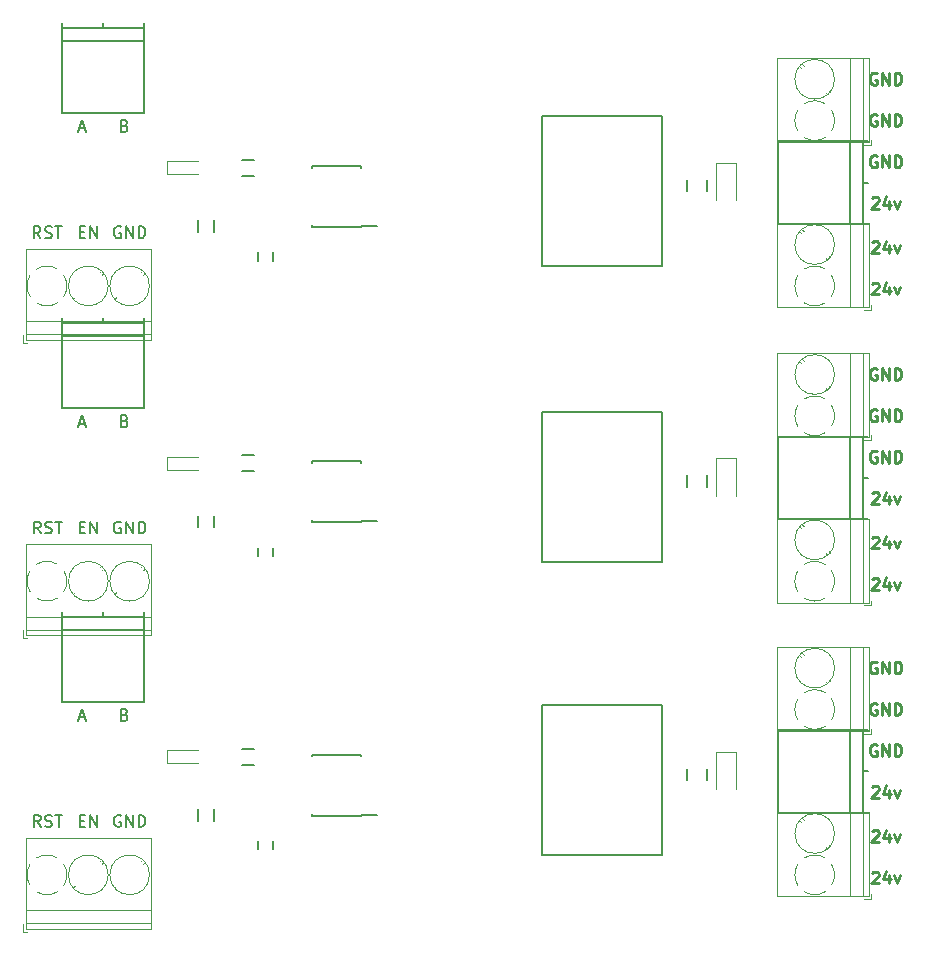
<source format=gto>
%TF.GenerationSoftware,KiCad,Pcbnew,(5.1.6-0-10_14)*%
%TF.CreationDate,2020-08-14T14:07:03-07:00*%
%TF.ProjectId,panel,70616e65-6c2e-46b6-9963-61645f706362,rev?*%
%TF.SameCoordinates,Original*%
%TF.FileFunction,Legend,Top*%
%TF.FilePolarity,Positive*%
%FSLAX46Y46*%
G04 Gerber Fmt 4.6, Leading zero omitted, Abs format (unit mm)*
G04 Created by KiCad (PCBNEW (5.1.6-0-10_14)) date 2020-08-14 14:07:03*
%MOMM*%
%LPD*%
G01*
G04 APERTURE LIST*
%ADD10C,0.150000*%
%ADD11C,0.250000*%
%ADD12C,0.120000*%
G04 APERTURE END LIST*
D10*
X119738095Y-108000000D02*
X119642857Y-107952380D01*
X119500000Y-107952380D01*
X119357142Y-108000000D01*
X119261904Y-108095238D01*
X119214285Y-108190476D01*
X119166666Y-108380952D01*
X119166666Y-108523809D01*
X119214285Y-108714285D01*
X119261904Y-108809523D01*
X119357142Y-108904761D01*
X119500000Y-108952380D01*
X119595238Y-108952380D01*
X119738095Y-108904761D01*
X119785714Y-108857142D01*
X119785714Y-108523809D01*
X119595238Y-108523809D01*
X120214285Y-108952380D02*
X120214285Y-107952380D01*
X120785714Y-108952380D01*
X120785714Y-107952380D01*
X121261904Y-108952380D02*
X121261904Y-107952380D01*
X121500000Y-107952380D01*
X121642857Y-108000000D01*
X121738095Y-108095238D01*
X121785714Y-108190476D01*
X121833333Y-108380952D01*
X121833333Y-108523809D01*
X121785714Y-108714285D01*
X121738095Y-108809523D01*
X121642857Y-108904761D01*
X121500000Y-108952380D01*
X121261904Y-108952380D01*
X116261904Y-108428571D02*
X116595238Y-108428571D01*
X116738095Y-108952380D02*
X116261904Y-108952380D01*
X116261904Y-107952380D01*
X116738095Y-107952380D01*
X117166666Y-108952380D02*
X117166666Y-107952380D01*
X117738095Y-108952380D01*
X117738095Y-107952380D01*
X112952380Y-108952380D02*
X112619047Y-108476190D01*
X112380952Y-108952380D02*
X112380952Y-107952380D01*
X112761904Y-107952380D01*
X112857142Y-108000000D01*
X112904761Y-108047619D01*
X112952380Y-108142857D01*
X112952380Y-108285714D01*
X112904761Y-108380952D01*
X112857142Y-108428571D01*
X112761904Y-108476190D01*
X112380952Y-108476190D01*
X113333333Y-108904761D02*
X113476190Y-108952380D01*
X113714285Y-108952380D01*
X113809523Y-108904761D01*
X113857142Y-108857142D01*
X113904761Y-108761904D01*
X113904761Y-108666666D01*
X113857142Y-108571428D01*
X113809523Y-108523809D01*
X113714285Y-108476190D01*
X113523809Y-108428571D01*
X113428571Y-108380952D01*
X113380952Y-108333333D01*
X113333333Y-108238095D01*
X113333333Y-108142857D01*
X113380952Y-108047619D01*
X113428571Y-108000000D01*
X113523809Y-107952380D01*
X113761904Y-107952380D01*
X113904761Y-108000000D01*
X114190476Y-107952380D02*
X114761904Y-107952380D01*
X114476190Y-108952380D02*
X114476190Y-107952380D01*
X116261904Y-99666666D02*
X116738095Y-99666666D01*
X116166666Y-99952380D02*
X116500000Y-98952380D01*
X116833333Y-99952380D01*
D11*
X183738095Y-95000000D02*
X183642857Y-94952380D01*
X183500000Y-94952380D01*
X183357142Y-95000000D01*
X183261904Y-95095238D01*
X183214285Y-95190476D01*
X183166666Y-95380952D01*
X183166666Y-95523809D01*
X183214285Y-95714285D01*
X183261904Y-95809523D01*
X183357142Y-95904761D01*
X183500000Y-95952380D01*
X183595238Y-95952380D01*
X183738095Y-95904761D01*
X183785714Y-95857142D01*
X183785714Y-95523809D01*
X183595238Y-95523809D01*
X184214285Y-95952380D02*
X184214285Y-94952380D01*
X184785714Y-95952380D01*
X184785714Y-94952380D01*
X185261904Y-95952380D02*
X185261904Y-94952380D01*
X185500000Y-94952380D01*
X185642857Y-95000000D01*
X185738095Y-95095238D01*
X185785714Y-95190476D01*
X185833333Y-95380952D01*
X185833333Y-95523809D01*
X185785714Y-95714285D01*
X185738095Y-95809523D01*
X185642857Y-95904761D01*
X185500000Y-95952380D01*
X185261904Y-95952380D01*
X183738095Y-98500000D02*
X183642857Y-98452380D01*
X183500000Y-98452380D01*
X183357142Y-98500000D01*
X183261904Y-98595238D01*
X183214285Y-98690476D01*
X183166666Y-98880952D01*
X183166666Y-99023809D01*
X183214285Y-99214285D01*
X183261904Y-99309523D01*
X183357142Y-99404761D01*
X183500000Y-99452380D01*
X183595238Y-99452380D01*
X183738095Y-99404761D01*
X183785714Y-99357142D01*
X183785714Y-99023809D01*
X183595238Y-99023809D01*
X184214285Y-99452380D02*
X184214285Y-98452380D01*
X184785714Y-99452380D01*
X184785714Y-98452380D01*
X185261904Y-99452380D02*
X185261904Y-98452380D01*
X185500000Y-98452380D01*
X185642857Y-98500000D01*
X185738095Y-98595238D01*
X185785714Y-98690476D01*
X185833333Y-98880952D01*
X185833333Y-99023809D01*
X185785714Y-99214285D01*
X185738095Y-99309523D01*
X185642857Y-99404761D01*
X185500000Y-99452380D01*
X185261904Y-99452380D01*
X183738095Y-102000000D02*
X183642857Y-101952380D01*
X183500000Y-101952380D01*
X183357142Y-102000000D01*
X183261904Y-102095238D01*
X183214285Y-102190476D01*
X183166666Y-102380952D01*
X183166666Y-102523809D01*
X183214285Y-102714285D01*
X183261904Y-102809523D01*
X183357142Y-102904761D01*
X183500000Y-102952380D01*
X183595238Y-102952380D01*
X183738095Y-102904761D01*
X183785714Y-102857142D01*
X183785714Y-102523809D01*
X183595238Y-102523809D01*
X184214285Y-102952380D02*
X184214285Y-101952380D01*
X184785714Y-102952380D01*
X184785714Y-101952380D01*
X185261904Y-102952380D02*
X185261904Y-101952380D01*
X185500000Y-101952380D01*
X185642857Y-102000000D01*
X185738095Y-102095238D01*
X185785714Y-102190476D01*
X185833333Y-102380952D01*
X185833333Y-102523809D01*
X185785714Y-102714285D01*
X185738095Y-102809523D01*
X185642857Y-102904761D01*
X185500000Y-102952380D01*
X185261904Y-102952380D01*
X183357142Y-105547619D02*
X183404761Y-105500000D01*
X183500000Y-105452380D01*
X183738095Y-105452380D01*
X183833333Y-105500000D01*
X183880952Y-105547619D01*
X183928571Y-105642857D01*
X183928571Y-105738095D01*
X183880952Y-105880952D01*
X183309523Y-106452380D01*
X183928571Y-106452380D01*
X184785714Y-105785714D02*
X184785714Y-106452380D01*
X184547619Y-105404761D02*
X184309523Y-106119047D01*
X184928571Y-106119047D01*
X185214285Y-105785714D02*
X185452380Y-106452380D01*
X185690476Y-105785714D01*
D10*
X120071428Y-99428571D02*
X120214285Y-99476190D01*
X120261904Y-99523809D01*
X120309523Y-99619047D01*
X120309523Y-99761904D01*
X120261904Y-99857142D01*
X120214285Y-99904761D01*
X120119047Y-99952380D01*
X119738095Y-99952380D01*
X119738095Y-98952380D01*
X120071428Y-98952380D01*
X120166666Y-99000000D01*
X120214285Y-99047619D01*
X120261904Y-99142857D01*
X120261904Y-99238095D01*
X120214285Y-99333333D01*
X120166666Y-99380952D01*
X120071428Y-99428571D01*
X119738095Y-99428571D01*
D11*
X183357142Y-109317619D02*
X183404761Y-109270000D01*
X183500000Y-109222380D01*
X183738095Y-109222380D01*
X183833333Y-109270000D01*
X183880952Y-109317619D01*
X183928571Y-109412857D01*
X183928571Y-109508095D01*
X183880952Y-109650952D01*
X183309523Y-110222380D01*
X183928571Y-110222380D01*
X184785714Y-109555714D02*
X184785714Y-110222380D01*
X184547619Y-109174761D02*
X184309523Y-109889047D01*
X184928571Y-109889047D01*
X185214285Y-109555714D02*
X185452380Y-110222380D01*
X185690476Y-109555714D01*
X183357142Y-112817619D02*
X183404761Y-112770000D01*
X183500000Y-112722380D01*
X183738095Y-112722380D01*
X183833333Y-112770000D01*
X183880952Y-112817619D01*
X183928571Y-112912857D01*
X183928571Y-113008095D01*
X183880952Y-113150952D01*
X183309523Y-113722380D01*
X183928571Y-113722380D01*
X184785714Y-113055714D02*
X184785714Y-113722380D01*
X184547619Y-112674761D02*
X184309523Y-113389047D01*
X184928571Y-113389047D01*
X185214285Y-113055714D02*
X185452380Y-113722380D01*
X185690476Y-113055714D01*
D10*
X119740095Y-133000000D02*
X119644857Y-132952380D01*
X119502000Y-132952380D01*
X119359142Y-133000000D01*
X119263904Y-133095238D01*
X119216285Y-133190476D01*
X119168666Y-133380952D01*
X119168666Y-133523809D01*
X119216285Y-133714285D01*
X119263904Y-133809523D01*
X119359142Y-133904761D01*
X119502000Y-133952380D01*
X119597238Y-133952380D01*
X119740095Y-133904761D01*
X119787714Y-133857142D01*
X119787714Y-133523809D01*
X119597238Y-133523809D01*
X120216285Y-133952380D02*
X120216285Y-132952380D01*
X120787714Y-133952380D01*
X120787714Y-132952380D01*
X121263904Y-133952380D02*
X121263904Y-132952380D01*
X121502000Y-132952380D01*
X121644857Y-133000000D01*
X121740095Y-133095238D01*
X121787714Y-133190476D01*
X121835333Y-133380952D01*
X121835333Y-133523809D01*
X121787714Y-133714285D01*
X121740095Y-133809523D01*
X121644857Y-133904761D01*
X121502000Y-133952380D01*
X121263904Y-133952380D01*
X116263904Y-133428571D02*
X116597238Y-133428571D01*
X116740095Y-133952380D02*
X116263904Y-133952380D01*
X116263904Y-132952380D01*
X116740095Y-132952380D01*
X117168666Y-133952380D02*
X117168666Y-132952380D01*
X117740095Y-133952380D01*
X117740095Y-132952380D01*
X112954380Y-133952380D02*
X112621047Y-133476190D01*
X112382952Y-133952380D02*
X112382952Y-132952380D01*
X112763904Y-132952380D01*
X112859142Y-133000000D01*
X112906761Y-133047619D01*
X112954380Y-133142857D01*
X112954380Y-133285714D01*
X112906761Y-133380952D01*
X112859142Y-133428571D01*
X112763904Y-133476190D01*
X112382952Y-133476190D01*
X113335333Y-133904761D02*
X113478190Y-133952380D01*
X113716285Y-133952380D01*
X113811523Y-133904761D01*
X113859142Y-133857142D01*
X113906761Y-133761904D01*
X113906761Y-133666666D01*
X113859142Y-133571428D01*
X113811523Y-133523809D01*
X113716285Y-133476190D01*
X113525809Y-133428571D01*
X113430571Y-133380952D01*
X113382952Y-133333333D01*
X113335333Y-133238095D01*
X113335333Y-133142857D01*
X113382952Y-133047619D01*
X113430571Y-133000000D01*
X113525809Y-132952380D01*
X113763904Y-132952380D01*
X113906761Y-133000000D01*
X114192476Y-132952380D02*
X114763904Y-132952380D01*
X114478190Y-133952380D02*
X114478190Y-132952380D01*
X116263904Y-124666666D02*
X116740095Y-124666666D01*
X116168666Y-124952380D02*
X116502000Y-123952380D01*
X116835333Y-124952380D01*
D11*
X183740095Y-120000000D02*
X183644857Y-119952380D01*
X183502000Y-119952380D01*
X183359142Y-120000000D01*
X183263904Y-120095238D01*
X183216285Y-120190476D01*
X183168666Y-120380952D01*
X183168666Y-120523809D01*
X183216285Y-120714285D01*
X183263904Y-120809523D01*
X183359142Y-120904761D01*
X183502000Y-120952380D01*
X183597238Y-120952380D01*
X183740095Y-120904761D01*
X183787714Y-120857142D01*
X183787714Y-120523809D01*
X183597238Y-120523809D01*
X184216285Y-120952380D02*
X184216285Y-119952380D01*
X184787714Y-120952380D01*
X184787714Y-119952380D01*
X185263904Y-120952380D02*
X185263904Y-119952380D01*
X185502000Y-119952380D01*
X185644857Y-120000000D01*
X185740095Y-120095238D01*
X185787714Y-120190476D01*
X185835333Y-120380952D01*
X185835333Y-120523809D01*
X185787714Y-120714285D01*
X185740095Y-120809523D01*
X185644857Y-120904761D01*
X185502000Y-120952380D01*
X185263904Y-120952380D01*
X183740095Y-123500000D02*
X183644857Y-123452380D01*
X183502000Y-123452380D01*
X183359142Y-123500000D01*
X183263904Y-123595238D01*
X183216285Y-123690476D01*
X183168666Y-123880952D01*
X183168666Y-124023809D01*
X183216285Y-124214285D01*
X183263904Y-124309523D01*
X183359142Y-124404761D01*
X183502000Y-124452380D01*
X183597238Y-124452380D01*
X183740095Y-124404761D01*
X183787714Y-124357142D01*
X183787714Y-124023809D01*
X183597238Y-124023809D01*
X184216285Y-124452380D02*
X184216285Y-123452380D01*
X184787714Y-124452380D01*
X184787714Y-123452380D01*
X185263904Y-124452380D02*
X185263904Y-123452380D01*
X185502000Y-123452380D01*
X185644857Y-123500000D01*
X185740095Y-123595238D01*
X185787714Y-123690476D01*
X185835333Y-123880952D01*
X185835333Y-124023809D01*
X185787714Y-124214285D01*
X185740095Y-124309523D01*
X185644857Y-124404761D01*
X185502000Y-124452380D01*
X185263904Y-124452380D01*
X183740095Y-127000000D02*
X183644857Y-126952380D01*
X183502000Y-126952380D01*
X183359142Y-127000000D01*
X183263904Y-127095238D01*
X183216285Y-127190476D01*
X183168666Y-127380952D01*
X183168666Y-127523809D01*
X183216285Y-127714285D01*
X183263904Y-127809523D01*
X183359142Y-127904761D01*
X183502000Y-127952380D01*
X183597238Y-127952380D01*
X183740095Y-127904761D01*
X183787714Y-127857142D01*
X183787714Y-127523809D01*
X183597238Y-127523809D01*
X184216285Y-127952380D02*
X184216285Y-126952380D01*
X184787714Y-127952380D01*
X184787714Y-126952380D01*
X185263904Y-127952380D02*
X185263904Y-126952380D01*
X185502000Y-126952380D01*
X185644857Y-127000000D01*
X185740095Y-127095238D01*
X185787714Y-127190476D01*
X185835333Y-127380952D01*
X185835333Y-127523809D01*
X185787714Y-127714285D01*
X185740095Y-127809523D01*
X185644857Y-127904761D01*
X185502000Y-127952380D01*
X185263904Y-127952380D01*
X183359142Y-130547619D02*
X183406761Y-130500000D01*
X183502000Y-130452380D01*
X183740095Y-130452380D01*
X183835333Y-130500000D01*
X183882952Y-130547619D01*
X183930571Y-130642857D01*
X183930571Y-130738095D01*
X183882952Y-130880952D01*
X183311523Y-131452380D01*
X183930571Y-131452380D01*
X184787714Y-130785714D02*
X184787714Y-131452380D01*
X184549619Y-130404761D02*
X184311523Y-131119047D01*
X184930571Y-131119047D01*
X185216285Y-130785714D02*
X185454380Y-131452380D01*
X185692476Y-130785714D01*
D10*
X120073428Y-124428571D02*
X120216285Y-124476190D01*
X120263904Y-124523809D01*
X120311523Y-124619047D01*
X120311523Y-124761904D01*
X120263904Y-124857142D01*
X120216285Y-124904761D01*
X120121047Y-124952380D01*
X119740095Y-124952380D01*
X119740095Y-123952380D01*
X120073428Y-123952380D01*
X120168666Y-124000000D01*
X120216285Y-124047619D01*
X120263904Y-124142857D01*
X120263904Y-124238095D01*
X120216285Y-124333333D01*
X120168666Y-124380952D01*
X120073428Y-124428571D01*
X119740095Y-124428571D01*
D11*
X183359142Y-134317619D02*
X183406761Y-134270000D01*
X183502000Y-134222380D01*
X183740095Y-134222380D01*
X183835333Y-134270000D01*
X183882952Y-134317619D01*
X183930571Y-134412857D01*
X183930571Y-134508095D01*
X183882952Y-134650952D01*
X183311523Y-135222380D01*
X183930571Y-135222380D01*
X184787714Y-134555714D02*
X184787714Y-135222380D01*
X184549619Y-134174761D02*
X184311523Y-134889047D01*
X184930571Y-134889047D01*
X185216285Y-134555714D02*
X185454380Y-135222380D01*
X185692476Y-134555714D01*
X183359142Y-137817619D02*
X183406761Y-137770000D01*
X183502000Y-137722380D01*
X183740095Y-137722380D01*
X183835333Y-137770000D01*
X183882952Y-137817619D01*
X183930571Y-137912857D01*
X183930571Y-138008095D01*
X183882952Y-138150952D01*
X183311523Y-138722380D01*
X183930571Y-138722380D01*
X184787714Y-138055714D02*
X184787714Y-138722380D01*
X184549619Y-137674761D02*
X184311523Y-138389047D01*
X184930571Y-138389047D01*
X185216285Y-138055714D02*
X185454380Y-138722380D01*
X185692476Y-138055714D01*
D10*
X119740095Y-157860000D02*
X119644857Y-157812380D01*
X119502000Y-157812380D01*
X119359142Y-157860000D01*
X119263904Y-157955238D01*
X119216285Y-158050476D01*
X119168666Y-158240952D01*
X119168666Y-158383809D01*
X119216285Y-158574285D01*
X119263904Y-158669523D01*
X119359142Y-158764761D01*
X119502000Y-158812380D01*
X119597238Y-158812380D01*
X119740095Y-158764761D01*
X119787714Y-158717142D01*
X119787714Y-158383809D01*
X119597238Y-158383809D01*
X120216285Y-158812380D02*
X120216285Y-157812380D01*
X120787714Y-158812380D01*
X120787714Y-157812380D01*
X121263904Y-158812380D02*
X121263904Y-157812380D01*
X121502000Y-157812380D01*
X121644857Y-157860000D01*
X121740095Y-157955238D01*
X121787714Y-158050476D01*
X121835333Y-158240952D01*
X121835333Y-158383809D01*
X121787714Y-158574285D01*
X121740095Y-158669523D01*
X121644857Y-158764761D01*
X121502000Y-158812380D01*
X121263904Y-158812380D01*
X116263904Y-158288571D02*
X116597238Y-158288571D01*
X116740095Y-158812380D02*
X116263904Y-158812380D01*
X116263904Y-157812380D01*
X116740095Y-157812380D01*
X117168666Y-158812380D02*
X117168666Y-157812380D01*
X117740095Y-158812380D01*
X117740095Y-157812380D01*
X112954380Y-158812380D02*
X112621047Y-158336190D01*
X112382952Y-158812380D02*
X112382952Y-157812380D01*
X112763904Y-157812380D01*
X112859142Y-157860000D01*
X112906761Y-157907619D01*
X112954380Y-158002857D01*
X112954380Y-158145714D01*
X112906761Y-158240952D01*
X112859142Y-158288571D01*
X112763904Y-158336190D01*
X112382952Y-158336190D01*
X113335333Y-158764761D02*
X113478190Y-158812380D01*
X113716285Y-158812380D01*
X113811523Y-158764761D01*
X113859142Y-158717142D01*
X113906761Y-158621904D01*
X113906761Y-158526666D01*
X113859142Y-158431428D01*
X113811523Y-158383809D01*
X113716285Y-158336190D01*
X113525809Y-158288571D01*
X113430571Y-158240952D01*
X113382952Y-158193333D01*
X113335333Y-158098095D01*
X113335333Y-158002857D01*
X113382952Y-157907619D01*
X113430571Y-157860000D01*
X113525809Y-157812380D01*
X113763904Y-157812380D01*
X113906761Y-157860000D01*
X114192476Y-157812380D02*
X114763904Y-157812380D01*
X114478190Y-158812380D02*
X114478190Y-157812380D01*
X116263904Y-149526666D02*
X116740095Y-149526666D01*
X116168666Y-149812380D02*
X116502000Y-148812380D01*
X116835333Y-149812380D01*
D11*
X183740095Y-144860000D02*
X183644857Y-144812380D01*
X183502000Y-144812380D01*
X183359142Y-144860000D01*
X183263904Y-144955238D01*
X183216285Y-145050476D01*
X183168666Y-145240952D01*
X183168666Y-145383809D01*
X183216285Y-145574285D01*
X183263904Y-145669523D01*
X183359142Y-145764761D01*
X183502000Y-145812380D01*
X183597238Y-145812380D01*
X183740095Y-145764761D01*
X183787714Y-145717142D01*
X183787714Y-145383809D01*
X183597238Y-145383809D01*
X184216285Y-145812380D02*
X184216285Y-144812380D01*
X184787714Y-145812380D01*
X184787714Y-144812380D01*
X185263904Y-145812380D02*
X185263904Y-144812380D01*
X185502000Y-144812380D01*
X185644857Y-144860000D01*
X185740095Y-144955238D01*
X185787714Y-145050476D01*
X185835333Y-145240952D01*
X185835333Y-145383809D01*
X185787714Y-145574285D01*
X185740095Y-145669523D01*
X185644857Y-145764761D01*
X185502000Y-145812380D01*
X185263904Y-145812380D01*
X183740095Y-148360000D02*
X183644857Y-148312380D01*
X183502000Y-148312380D01*
X183359142Y-148360000D01*
X183263904Y-148455238D01*
X183216285Y-148550476D01*
X183168666Y-148740952D01*
X183168666Y-148883809D01*
X183216285Y-149074285D01*
X183263904Y-149169523D01*
X183359142Y-149264761D01*
X183502000Y-149312380D01*
X183597238Y-149312380D01*
X183740095Y-149264761D01*
X183787714Y-149217142D01*
X183787714Y-148883809D01*
X183597238Y-148883809D01*
X184216285Y-149312380D02*
X184216285Y-148312380D01*
X184787714Y-149312380D01*
X184787714Y-148312380D01*
X185263904Y-149312380D02*
X185263904Y-148312380D01*
X185502000Y-148312380D01*
X185644857Y-148360000D01*
X185740095Y-148455238D01*
X185787714Y-148550476D01*
X185835333Y-148740952D01*
X185835333Y-148883809D01*
X185787714Y-149074285D01*
X185740095Y-149169523D01*
X185644857Y-149264761D01*
X185502000Y-149312380D01*
X185263904Y-149312380D01*
X183740095Y-151860000D02*
X183644857Y-151812380D01*
X183502000Y-151812380D01*
X183359142Y-151860000D01*
X183263904Y-151955238D01*
X183216285Y-152050476D01*
X183168666Y-152240952D01*
X183168666Y-152383809D01*
X183216285Y-152574285D01*
X183263904Y-152669523D01*
X183359142Y-152764761D01*
X183502000Y-152812380D01*
X183597238Y-152812380D01*
X183740095Y-152764761D01*
X183787714Y-152717142D01*
X183787714Y-152383809D01*
X183597238Y-152383809D01*
X184216285Y-152812380D02*
X184216285Y-151812380D01*
X184787714Y-152812380D01*
X184787714Y-151812380D01*
X185263904Y-152812380D02*
X185263904Y-151812380D01*
X185502000Y-151812380D01*
X185644857Y-151860000D01*
X185740095Y-151955238D01*
X185787714Y-152050476D01*
X185835333Y-152240952D01*
X185835333Y-152383809D01*
X185787714Y-152574285D01*
X185740095Y-152669523D01*
X185644857Y-152764761D01*
X185502000Y-152812380D01*
X185263904Y-152812380D01*
X183359142Y-155407619D02*
X183406761Y-155360000D01*
X183502000Y-155312380D01*
X183740095Y-155312380D01*
X183835333Y-155360000D01*
X183882952Y-155407619D01*
X183930571Y-155502857D01*
X183930571Y-155598095D01*
X183882952Y-155740952D01*
X183311523Y-156312380D01*
X183930571Y-156312380D01*
X184787714Y-155645714D02*
X184787714Y-156312380D01*
X184549619Y-155264761D02*
X184311523Y-155979047D01*
X184930571Y-155979047D01*
X185216285Y-155645714D02*
X185454380Y-156312380D01*
X185692476Y-155645714D01*
D10*
X120073428Y-149288571D02*
X120216285Y-149336190D01*
X120263904Y-149383809D01*
X120311523Y-149479047D01*
X120311523Y-149621904D01*
X120263904Y-149717142D01*
X120216285Y-149764761D01*
X120121047Y-149812380D01*
X119740095Y-149812380D01*
X119740095Y-148812380D01*
X120073428Y-148812380D01*
X120168666Y-148860000D01*
X120216285Y-148907619D01*
X120263904Y-149002857D01*
X120263904Y-149098095D01*
X120216285Y-149193333D01*
X120168666Y-149240952D01*
X120073428Y-149288571D01*
X119740095Y-149288571D01*
D11*
X183359142Y-159177619D02*
X183406761Y-159130000D01*
X183502000Y-159082380D01*
X183740095Y-159082380D01*
X183835333Y-159130000D01*
X183882952Y-159177619D01*
X183930571Y-159272857D01*
X183930571Y-159368095D01*
X183882952Y-159510952D01*
X183311523Y-160082380D01*
X183930571Y-160082380D01*
X184787714Y-159415714D02*
X184787714Y-160082380D01*
X184549619Y-159034761D02*
X184311523Y-159749047D01*
X184930571Y-159749047D01*
X185216285Y-159415714D02*
X185454380Y-160082380D01*
X185692476Y-159415714D01*
X183359142Y-162677619D02*
X183406761Y-162630000D01*
X183502000Y-162582380D01*
X183740095Y-162582380D01*
X183835333Y-162630000D01*
X183882952Y-162677619D01*
X183930571Y-162772857D01*
X183930571Y-162868095D01*
X183882952Y-163010952D01*
X183311523Y-163582380D01*
X183930571Y-163582380D01*
X184787714Y-162915714D02*
X184787714Y-163582380D01*
X184549619Y-162534761D02*
X184311523Y-163249047D01*
X184930571Y-163249047D01*
X185216285Y-162915714D02*
X185454380Y-163582380D01*
X185692476Y-162915714D01*
D10*
%TO.C,C1*%
X131400000Y-110850000D02*
X131400000Y-110150000D01*
X132600000Y-110150000D02*
X132600000Y-110850000D01*
%TO.C,C2*%
X169350000Y-105000000D02*
X169350000Y-104000000D01*
X167650000Y-104000000D02*
X167650000Y-105000000D01*
D12*
%TO.C,D1*%
X171850000Y-102600000D02*
X171850000Y-105750000D01*
X170150000Y-102600000D02*
X170150000Y-105750000D01*
X171850000Y-102600000D02*
X170150000Y-102600000D01*
%TO.C,D2*%
X123700000Y-102450000D02*
X126300000Y-102450000D01*
X123700000Y-103550000D02*
X126300000Y-103550000D01*
X123700000Y-102450000D02*
X123700000Y-103550000D01*
D10*
%TO.C,R1*%
X131000000Y-103675000D02*
X130000000Y-103675000D01*
X130000000Y-102325000D02*
X131000000Y-102325000D01*
%TO.C,R2*%
X126325000Y-108450000D02*
X126325000Y-107450000D01*
X127675000Y-107450000D02*
X127675000Y-108450000D01*
%TO.C,U2*%
X140075000Y-107935000D02*
X141475000Y-107935000D01*
X140075000Y-102835000D02*
X135925000Y-102835000D01*
X140075000Y-107985000D02*
X135925000Y-107985000D01*
X140075000Y-102835000D02*
X140075000Y-102980000D01*
X135925000Y-102835000D02*
X135925000Y-102980000D01*
X135925000Y-107985000D02*
X135925000Y-107840000D01*
X140075000Y-107985000D02*
X140075000Y-107935000D01*
%TO.C,J1*%
X175400000Y-100750000D02*
X175400000Y-107750000D01*
X183000000Y-100750000D02*
X175400000Y-100750000D01*
X175400000Y-107750000D02*
X183000000Y-107750000D01*
X182600000Y-107750000D02*
X182600000Y-100750000D01*
X181500000Y-107750000D02*
X181500000Y-100750000D01*
X182600000Y-104250000D02*
X183000000Y-104250000D01*
%TO.C,J2*%
X114750000Y-98350000D02*
X121750000Y-98350000D01*
X114750000Y-90750000D02*
X114750000Y-98350000D01*
X121750000Y-98350000D02*
X121750000Y-90750000D01*
X121750000Y-91150000D02*
X114750000Y-91150000D01*
X121750000Y-92250000D02*
X114750000Y-92250000D01*
X118250000Y-91150000D02*
X118250000Y-90750000D01*
D12*
%TO.C,J5*%
X183300000Y-115050000D02*
X183300000Y-114650000D01*
X182660000Y-115050000D02*
X183300000Y-115050000D01*
X179441000Y-110645000D02*
X179569000Y-110774000D01*
X177225000Y-108430000D02*
X177319000Y-108524000D01*
X179681000Y-110475000D02*
X179774000Y-110569000D01*
X177431000Y-108225000D02*
X177559000Y-108354000D01*
X175340000Y-107690000D02*
X183060000Y-107690000D01*
X175340000Y-114810000D02*
X183060000Y-114810000D01*
X183060000Y-114810000D02*
X183060000Y-107690000D01*
X175340000Y-114810000D02*
X175340000Y-107690000D01*
X181500000Y-114810000D02*
X181500000Y-107690000D01*
X182600000Y-114810000D02*
X182600000Y-107690000D01*
X180180000Y-109500000D02*
G75*
G03*
X180180000Y-109500000I-1680000J0D01*
G01*
X179924721Y-112109736D02*
G75*
G02*
X180180000Y-113000000I-1424721J-890264D01*
G01*
X177609807Y-111574495D02*
G75*
G02*
X179391000Y-111575000I890193J-1425505D01*
G01*
X177074642Y-113889894D02*
G75*
G02*
X177060000Y-112134000I1425358J889894D01*
G01*
X179389894Y-114425358D02*
G75*
G02*
X177634000Y-114440000I-889894J1425358D01*
G01*
X180180099Y-112971326D02*
G75*
G02*
X179940000Y-113866000I-1680099J-28674D01*
G01*
%TO.C,J6*%
X180180000Y-95500000D02*
G75*
G03*
X180180000Y-95500000I-1680000J0D01*
G01*
X182600000Y-100810000D02*
X182600000Y-93690000D01*
X181500000Y-100810000D02*
X181500000Y-93690000D01*
X175340000Y-100810000D02*
X175340000Y-93690000D01*
X183060000Y-100810000D02*
X183060000Y-93690000D01*
X175340000Y-100810000D02*
X183060000Y-100810000D01*
X175340000Y-93690000D02*
X183060000Y-93690000D01*
X177431000Y-94225000D02*
X177559000Y-94354000D01*
X179681000Y-96475000D02*
X179774000Y-96569000D01*
X177225000Y-94430000D02*
X177319000Y-94524000D01*
X179441000Y-96645000D02*
X179569000Y-96774000D01*
X182660000Y-101050000D02*
X183300000Y-101050000D01*
X183300000Y-101050000D02*
X183300000Y-100650000D01*
X180180099Y-98971326D02*
G75*
G02*
X179940000Y-99866000I-1680099J-28674D01*
G01*
X179389894Y-100425358D02*
G75*
G02*
X177634000Y-100440000I-889894J1425358D01*
G01*
X177074642Y-99889894D02*
G75*
G02*
X177060000Y-98134000I1425358J889894D01*
G01*
X177609807Y-97574495D02*
G75*
G02*
X179391000Y-97575000I890193J-1425505D01*
G01*
X179924721Y-98109736D02*
G75*
G02*
X180180000Y-99000000I-1424721J-890264D01*
G01*
D10*
%TO.C,U3*%
X165580000Y-111350000D02*
X165580000Y-98650000D01*
X155420000Y-111350000D02*
X165580000Y-111350000D01*
X155420000Y-108810000D02*
X155420000Y-111350000D01*
X155420000Y-106270000D02*
X155420000Y-108810000D01*
X155420000Y-103730000D02*
X155420000Y-106270000D01*
X155420000Y-101190000D02*
X155420000Y-103730000D01*
X155420000Y-98650000D02*
X155420000Y-101190000D01*
X157960000Y-98650000D02*
X155420000Y-98650000D01*
X160500000Y-98650000D02*
X157960000Y-98650000D01*
X163040000Y-98650000D02*
X160500000Y-98650000D01*
X165580000Y-98650000D02*
X163040000Y-98650000D01*
D12*
%TO.C,J7*%
X111450000Y-117800000D02*
X111850000Y-117800000D01*
X111450000Y-117160000D02*
X111450000Y-117800000D01*
X119355000Y-113941000D02*
X119226000Y-114069000D01*
X121570000Y-111725000D02*
X121476000Y-111819000D01*
X119525000Y-114181000D02*
X119431000Y-114274000D01*
X121775000Y-111931000D02*
X121646000Y-112059000D01*
X115855000Y-113941000D02*
X115726000Y-114069000D01*
X118070000Y-111725000D02*
X117976000Y-111819000D01*
X116025000Y-114181000D02*
X115931000Y-114274000D01*
X118275000Y-111931000D02*
X118146000Y-112059000D01*
X122310000Y-109840000D02*
X122310000Y-117560000D01*
X111690000Y-109840000D02*
X111690000Y-117560000D01*
X111690000Y-117560000D02*
X122310000Y-117560000D01*
X111690000Y-109840000D02*
X122310000Y-109840000D01*
X111690000Y-116000000D02*
X122310000Y-116000000D01*
X111690000Y-117100000D02*
X122310000Y-117100000D01*
X122180000Y-113000000D02*
G75*
G03*
X122180000Y-113000000I-1680000J0D01*
G01*
X118680000Y-113000000D02*
G75*
G03*
X118680000Y-113000000I-1680000J0D01*
G01*
X114390264Y-114424721D02*
G75*
G02*
X113500000Y-114680000I-890264J1424721D01*
G01*
X114925505Y-112109807D02*
G75*
G02*
X114925000Y-113891000I-1425505J-890193D01*
G01*
X112610106Y-111574642D02*
G75*
G02*
X114366000Y-111560000I889894J-1425358D01*
G01*
X112074642Y-113889894D02*
G75*
G02*
X112060000Y-112134000I1425358J889894D01*
G01*
X113528674Y-114680099D02*
G75*
G02*
X112634000Y-114440000I-28674J1680099D01*
G01*
D10*
%TO.C,C1*%
X131402000Y-135850000D02*
X131402000Y-135150000D01*
X132602000Y-135150000D02*
X132602000Y-135850000D01*
%TO.C,C2*%
X169352000Y-130000000D02*
X169352000Y-129000000D01*
X167652000Y-129000000D02*
X167652000Y-130000000D01*
D12*
%TO.C,D1*%
X171852000Y-127600000D02*
X171852000Y-130750000D01*
X170152000Y-127600000D02*
X170152000Y-130750000D01*
X171852000Y-127600000D02*
X170152000Y-127600000D01*
%TO.C,D2*%
X123702000Y-127450000D02*
X126302000Y-127450000D01*
X123702000Y-128550000D02*
X126302000Y-128550000D01*
X123702000Y-127450000D02*
X123702000Y-128550000D01*
D10*
%TO.C,R1*%
X131002000Y-128675000D02*
X130002000Y-128675000D01*
X130002000Y-127325000D02*
X131002000Y-127325000D01*
%TO.C,R2*%
X126327000Y-133450000D02*
X126327000Y-132450000D01*
X127677000Y-132450000D02*
X127677000Y-133450000D01*
%TO.C,U2*%
X140077000Y-132935000D02*
X141477000Y-132935000D01*
X140077000Y-127835000D02*
X135927000Y-127835000D01*
X140077000Y-132985000D02*
X135927000Y-132985000D01*
X140077000Y-127835000D02*
X140077000Y-127980000D01*
X135927000Y-127835000D02*
X135927000Y-127980000D01*
X135927000Y-132985000D02*
X135927000Y-132840000D01*
X140077000Y-132985000D02*
X140077000Y-132935000D01*
%TO.C,J1*%
X175402000Y-125750000D02*
X175402000Y-132750000D01*
X183002000Y-125750000D02*
X175402000Y-125750000D01*
X175402000Y-132750000D02*
X183002000Y-132750000D01*
X182602000Y-132750000D02*
X182602000Y-125750000D01*
X181502000Y-132750000D02*
X181502000Y-125750000D01*
X182602000Y-129250000D02*
X183002000Y-129250000D01*
%TO.C,J2*%
X114752000Y-123350000D02*
X121752000Y-123350000D01*
X114752000Y-115750000D02*
X114752000Y-123350000D01*
X121752000Y-123350000D02*
X121752000Y-115750000D01*
X121752000Y-116150000D02*
X114752000Y-116150000D01*
X121752000Y-117250000D02*
X114752000Y-117250000D01*
X118252000Y-116150000D02*
X118252000Y-115750000D01*
D12*
%TO.C,J5*%
X183302000Y-140050000D02*
X183302000Y-139650000D01*
X182662000Y-140050000D02*
X183302000Y-140050000D01*
X179443000Y-135645000D02*
X179571000Y-135774000D01*
X177227000Y-133430000D02*
X177321000Y-133524000D01*
X179683000Y-135475000D02*
X179776000Y-135569000D01*
X177433000Y-133225000D02*
X177561000Y-133354000D01*
X175342000Y-132690000D02*
X183062000Y-132690000D01*
X175342000Y-139810000D02*
X183062000Y-139810000D01*
X183062000Y-139810000D02*
X183062000Y-132690000D01*
X175342000Y-139810000D02*
X175342000Y-132690000D01*
X181502000Y-139810000D02*
X181502000Y-132690000D01*
X182602000Y-139810000D02*
X182602000Y-132690000D01*
X180182000Y-134500000D02*
G75*
G03*
X180182000Y-134500000I-1680000J0D01*
G01*
X179926721Y-137109736D02*
G75*
G02*
X180182000Y-138000000I-1424721J-890264D01*
G01*
X177611807Y-136574495D02*
G75*
G02*
X179393000Y-136575000I890193J-1425505D01*
G01*
X177076642Y-138889894D02*
G75*
G02*
X177062000Y-137134000I1425358J889894D01*
G01*
X179391894Y-139425358D02*
G75*
G02*
X177636000Y-139440000I-889894J1425358D01*
G01*
X180182099Y-137971326D02*
G75*
G02*
X179942000Y-138866000I-1680099J-28674D01*
G01*
%TO.C,J6*%
X180182000Y-120500000D02*
G75*
G03*
X180182000Y-120500000I-1680000J0D01*
G01*
X182602000Y-125810000D02*
X182602000Y-118690000D01*
X181502000Y-125810000D02*
X181502000Y-118690000D01*
X175342000Y-125810000D02*
X175342000Y-118690000D01*
X183062000Y-125810000D02*
X183062000Y-118690000D01*
X175342000Y-125810000D02*
X183062000Y-125810000D01*
X175342000Y-118690000D02*
X183062000Y-118690000D01*
X177433000Y-119225000D02*
X177561000Y-119354000D01*
X179683000Y-121475000D02*
X179776000Y-121569000D01*
X177227000Y-119430000D02*
X177321000Y-119524000D01*
X179443000Y-121645000D02*
X179571000Y-121774000D01*
X182662000Y-126050000D02*
X183302000Y-126050000D01*
X183302000Y-126050000D02*
X183302000Y-125650000D01*
X180182099Y-123971326D02*
G75*
G02*
X179942000Y-124866000I-1680099J-28674D01*
G01*
X179391894Y-125425358D02*
G75*
G02*
X177636000Y-125440000I-889894J1425358D01*
G01*
X177076642Y-124889894D02*
G75*
G02*
X177062000Y-123134000I1425358J889894D01*
G01*
X177611807Y-122574495D02*
G75*
G02*
X179393000Y-122575000I890193J-1425505D01*
G01*
X179926721Y-123109736D02*
G75*
G02*
X180182000Y-124000000I-1424721J-890264D01*
G01*
D10*
%TO.C,U3*%
X165582000Y-136350000D02*
X165582000Y-123650000D01*
X155422000Y-136350000D02*
X165582000Y-136350000D01*
X155422000Y-133810000D02*
X155422000Y-136350000D01*
X155422000Y-131270000D02*
X155422000Y-133810000D01*
X155422000Y-128730000D02*
X155422000Y-131270000D01*
X155422000Y-126190000D02*
X155422000Y-128730000D01*
X155422000Y-123650000D02*
X155422000Y-126190000D01*
X157962000Y-123650000D02*
X155422000Y-123650000D01*
X160502000Y-123650000D02*
X157962000Y-123650000D01*
X163042000Y-123650000D02*
X160502000Y-123650000D01*
X165582000Y-123650000D02*
X163042000Y-123650000D01*
D12*
%TO.C,J7*%
X111452000Y-142800000D02*
X111852000Y-142800000D01*
X111452000Y-142160000D02*
X111452000Y-142800000D01*
X119357000Y-138941000D02*
X119228000Y-139069000D01*
X121572000Y-136725000D02*
X121478000Y-136819000D01*
X119527000Y-139181000D02*
X119433000Y-139274000D01*
X121777000Y-136931000D02*
X121648000Y-137059000D01*
X115857000Y-138941000D02*
X115728000Y-139069000D01*
X118072000Y-136725000D02*
X117978000Y-136819000D01*
X116027000Y-139181000D02*
X115933000Y-139274000D01*
X118277000Y-136931000D02*
X118148000Y-137059000D01*
X122312000Y-134840000D02*
X122312000Y-142560000D01*
X111692000Y-134840000D02*
X111692000Y-142560000D01*
X111692000Y-142560000D02*
X122312000Y-142560000D01*
X111692000Y-134840000D02*
X122312000Y-134840000D01*
X111692000Y-141000000D02*
X122312000Y-141000000D01*
X111692000Y-142100000D02*
X122312000Y-142100000D01*
X122182000Y-138000000D02*
G75*
G03*
X122182000Y-138000000I-1680000J0D01*
G01*
X118682000Y-138000000D02*
G75*
G03*
X118682000Y-138000000I-1680000J0D01*
G01*
X114392264Y-139424721D02*
G75*
G02*
X113502000Y-139680000I-890264J1424721D01*
G01*
X114927505Y-137109807D02*
G75*
G02*
X114927000Y-138891000I-1425505J-890193D01*
G01*
X112612106Y-136574642D02*
G75*
G02*
X114368000Y-136560000I889894J-1425358D01*
G01*
X112076642Y-138889894D02*
G75*
G02*
X112062000Y-137134000I1425358J889894D01*
G01*
X113530674Y-139680099D02*
G75*
G02*
X112636000Y-139440000I-28674J1680099D01*
G01*
D10*
%TO.C,C1*%
X131402000Y-160710000D02*
X131402000Y-160010000D01*
X132602000Y-160010000D02*
X132602000Y-160710000D01*
%TO.C,C2*%
X169352000Y-154860000D02*
X169352000Y-153860000D01*
X167652000Y-153860000D02*
X167652000Y-154860000D01*
D12*
%TO.C,D1*%
X171852000Y-152460000D02*
X171852000Y-155610000D01*
X170152000Y-152460000D02*
X170152000Y-155610000D01*
X171852000Y-152460000D02*
X170152000Y-152460000D01*
%TO.C,D2*%
X123702000Y-152310000D02*
X126302000Y-152310000D01*
X123702000Y-153410000D02*
X126302000Y-153410000D01*
X123702000Y-152310000D02*
X123702000Y-153410000D01*
D10*
%TO.C,R1*%
X131002000Y-153535000D02*
X130002000Y-153535000D01*
X130002000Y-152185000D02*
X131002000Y-152185000D01*
%TO.C,R2*%
X126327000Y-158310000D02*
X126327000Y-157310000D01*
X127677000Y-157310000D02*
X127677000Y-158310000D01*
%TO.C,U2*%
X140077000Y-157795000D02*
X141477000Y-157795000D01*
X140077000Y-152695000D02*
X135927000Y-152695000D01*
X140077000Y-157845000D02*
X135927000Y-157845000D01*
X140077000Y-152695000D02*
X140077000Y-152840000D01*
X135927000Y-152695000D02*
X135927000Y-152840000D01*
X135927000Y-157845000D02*
X135927000Y-157700000D01*
X140077000Y-157845000D02*
X140077000Y-157795000D01*
%TO.C,J1*%
X175402000Y-150610000D02*
X175402000Y-157610000D01*
X183002000Y-150610000D02*
X175402000Y-150610000D01*
X175402000Y-157610000D02*
X183002000Y-157610000D01*
X182602000Y-157610000D02*
X182602000Y-150610000D01*
X181502000Y-157610000D02*
X181502000Y-150610000D01*
X182602000Y-154110000D02*
X183002000Y-154110000D01*
%TO.C,J2*%
X114752000Y-148210000D02*
X121752000Y-148210000D01*
X114752000Y-140610000D02*
X114752000Y-148210000D01*
X121752000Y-148210000D02*
X121752000Y-140610000D01*
X121752000Y-141010000D02*
X114752000Y-141010000D01*
X121752000Y-142110000D02*
X114752000Y-142110000D01*
X118252000Y-141010000D02*
X118252000Y-140610000D01*
D12*
%TO.C,J5*%
X183302000Y-164910000D02*
X183302000Y-164510000D01*
X182662000Y-164910000D02*
X183302000Y-164910000D01*
X179443000Y-160505000D02*
X179571000Y-160634000D01*
X177227000Y-158290000D02*
X177321000Y-158384000D01*
X179683000Y-160335000D02*
X179776000Y-160429000D01*
X177433000Y-158085000D02*
X177561000Y-158214000D01*
X175342000Y-157550000D02*
X183062000Y-157550000D01*
X175342000Y-164670000D02*
X183062000Y-164670000D01*
X183062000Y-164670000D02*
X183062000Y-157550000D01*
X175342000Y-164670000D02*
X175342000Y-157550000D01*
X181502000Y-164670000D02*
X181502000Y-157550000D01*
X182602000Y-164670000D02*
X182602000Y-157550000D01*
X180182000Y-159360000D02*
G75*
G03*
X180182000Y-159360000I-1680000J0D01*
G01*
X179926721Y-161969736D02*
G75*
G02*
X180182000Y-162860000I-1424721J-890264D01*
G01*
X177611807Y-161434495D02*
G75*
G02*
X179393000Y-161435000I890193J-1425505D01*
G01*
X177076642Y-163749894D02*
G75*
G02*
X177062000Y-161994000I1425358J889894D01*
G01*
X179391894Y-164285358D02*
G75*
G02*
X177636000Y-164300000I-889894J1425358D01*
G01*
X180182099Y-162831326D02*
G75*
G02*
X179942000Y-163726000I-1680099J-28674D01*
G01*
%TO.C,J6*%
X180182000Y-145360000D02*
G75*
G03*
X180182000Y-145360000I-1680000J0D01*
G01*
X182602000Y-150670000D02*
X182602000Y-143550000D01*
X181502000Y-150670000D02*
X181502000Y-143550000D01*
X175342000Y-150670000D02*
X175342000Y-143550000D01*
X183062000Y-150670000D02*
X183062000Y-143550000D01*
X175342000Y-150670000D02*
X183062000Y-150670000D01*
X175342000Y-143550000D02*
X183062000Y-143550000D01*
X177433000Y-144085000D02*
X177561000Y-144214000D01*
X179683000Y-146335000D02*
X179776000Y-146429000D01*
X177227000Y-144290000D02*
X177321000Y-144384000D01*
X179443000Y-146505000D02*
X179571000Y-146634000D01*
X182662000Y-150910000D02*
X183302000Y-150910000D01*
X183302000Y-150910000D02*
X183302000Y-150510000D01*
X180182099Y-148831326D02*
G75*
G02*
X179942000Y-149726000I-1680099J-28674D01*
G01*
X179391894Y-150285358D02*
G75*
G02*
X177636000Y-150300000I-889894J1425358D01*
G01*
X177076642Y-149749894D02*
G75*
G02*
X177062000Y-147994000I1425358J889894D01*
G01*
X177611807Y-147434495D02*
G75*
G02*
X179393000Y-147435000I890193J-1425505D01*
G01*
X179926721Y-147969736D02*
G75*
G02*
X180182000Y-148860000I-1424721J-890264D01*
G01*
D10*
%TO.C,U3*%
X165582000Y-161210000D02*
X165582000Y-148510000D01*
X155422000Y-161210000D02*
X165582000Y-161210000D01*
X155422000Y-158670000D02*
X155422000Y-161210000D01*
X155422000Y-156130000D02*
X155422000Y-158670000D01*
X155422000Y-153590000D02*
X155422000Y-156130000D01*
X155422000Y-151050000D02*
X155422000Y-153590000D01*
X155422000Y-148510000D02*
X155422000Y-151050000D01*
X157962000Y-148510000D02*
X155422000Y-148510000D01*
X160502000Y-148510000D02*
X157962000Y-148510000D01*
X163042000Y-148510000D02*
X160502000Y-148510000D01*
X165582000Y-148510000D02*
X163042000Y-148510000D01*
D12*
%TO.C,J7*%
X111452000Y-167660000D02*
X111852000Y-167660000D01*
X111452000Y-167020000D02*
X111452000Y-167660000D01*
X119357000Y-163801000D02*
X119228000Y-163929000D01*
X121572000Y-161585000D02*
X121478000Y-161679000D01*
X119527000Y-164041000D02*
X119433000Y-164134000D01*
X121777000Y-161791000D02*
X121648000Y-161919000D01*
X115857000Y-163801000D02*
X115728000Y-163929000D01*
X118072000Y-161585000D02*
X117978000Y-161679000D01*
X116027000Y-164041000D02*
X115933000Y-164134000D01*
X118277000Y-161791000D02*
X118148000Y-161919000D01*
X122312000Y-159700000D02*
X122312000Y-167420000D01*
X111692000Y-159700000D02*
X111692000Y-167420000D01*
X111692000Y-167420000D02*
X122312000Y-167420000D01*
X111692000Y-159700000D02*
X122312000Y-159700000D01*
X111692000Y-165860000D02*
X122312000Y-165860000D01*
X111692000Y-166960000D02*
X122312000Y-166960000D01*
X122182000Y-162860000D02*
G75*
G03*
X122182000Y-162860000I-1680000J0D01*
G01*
X118682000Y-162860000D02*
G75*
G03*
X118682000Y-162860000I-1680000J0D01*
G01*
X114392264Y-164284721D02*
G75*
G02*
X113502000Y-164540000I-890264J1424721D01*
G01*
X114927505Y-161969807D02*
G75*
G02*
X114927000Y-163751000I-1425505J-890193D01*
G01*
X112612106Y-161434642D02*
G75*
G02*
X114368000Y-161420000I889894J-1425358D01*
G01*
X112076642Y-163749894D02*
G75*
G02*
X112062000Y-161994000I1425358J889894D01*
G01*
X113530674Y-164540099D02*
G75*
G02*
X112636000Y-164300000I-28674J1680099D01*
G01*
%TD*%
M02*

</source>
